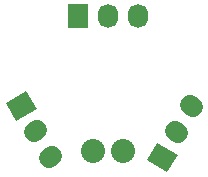
<source format=gbr>
G04 #@! TF.FileFunction,Soldermask,Bot*
%FSLAX46Y46*%
G04 Gerber Fmt 4.6, Leading zero omitted, Abs format (unit mm)*
G04 Created by KiCad (PCBNEW (2015-08-15 BZR 6092)-product) date 3/22/2016 8:23:16 PM*
%MOMM*%
G01*
G04 APERTURE LIST*
%ADD10C,0.100000*%
%ADD11C,1.727200*%
%ADD12C,2.032000*%
%ADD13O,2.032000X2.032000*%
%ADD14R,1.727200X2.032000*%
%ADD15O,1.727200X2.032000*%
G04 APERTURE END LIST*
D10*
G36*
X132822082Y-96521973D02*
X133685682Y-98017773D01*
X131925918Y-99033773D01*
X131062318Y-97537973D01*
X132822082Y-96521973D01*
X132822082Y-96521973D01*
G37*
D11*
X133735982Y-99832095D02*
X133472018Y-99984495D01*
X135005982Y-102031800D02*
X134742018Y-102184200D01*
D10*
G36*
X143000318Y-102360027D02*
X143863918Y-100864227D01*
X145623682Y-101880227D01*
X144760082Y-103376027D01*
X143000318Y-102360027D01*
X143000318Y-102360027D01*
G37*
D11*
X145410018Y-99913505D02*
X145673982Y-100065905D01*
X146680018Y-97713800D02*
X146943982Y-97866200D01*
D12*
X140970000Y-101600000D03*
D13*
X138430000Y-101600000D03*
D14*
X137160000Y-90170000D03*
D15*
X139700000Y-90170000D03*
X142240000Y-90170000D03*
M02*

</source>
